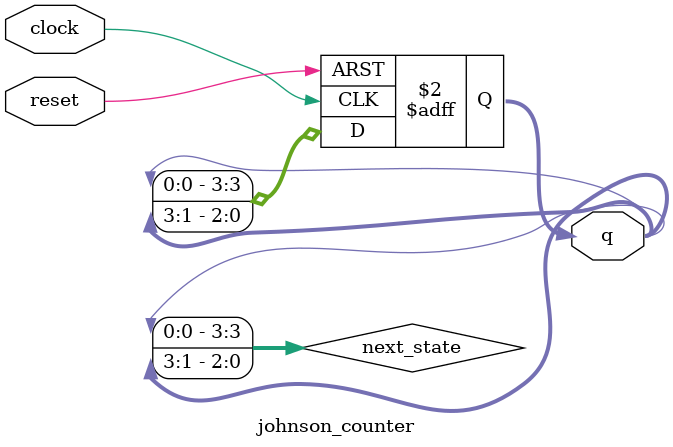
<source format=v>
module johnson_counter(input [0:0] clock, input [0:0] reset, output reg [3:0] q);

wire [3:0] next_state;
assign next_state = {q[0], q[3:1]}; // Logic for next state generation

always @(posedge clock or posedge reset) begin
    if (reset) begin
        q <= 4'b0001; // Reset state
    end else begin
        q <= next_state; // Assign next state on clock edge
    end
end

endmodule

</source>
